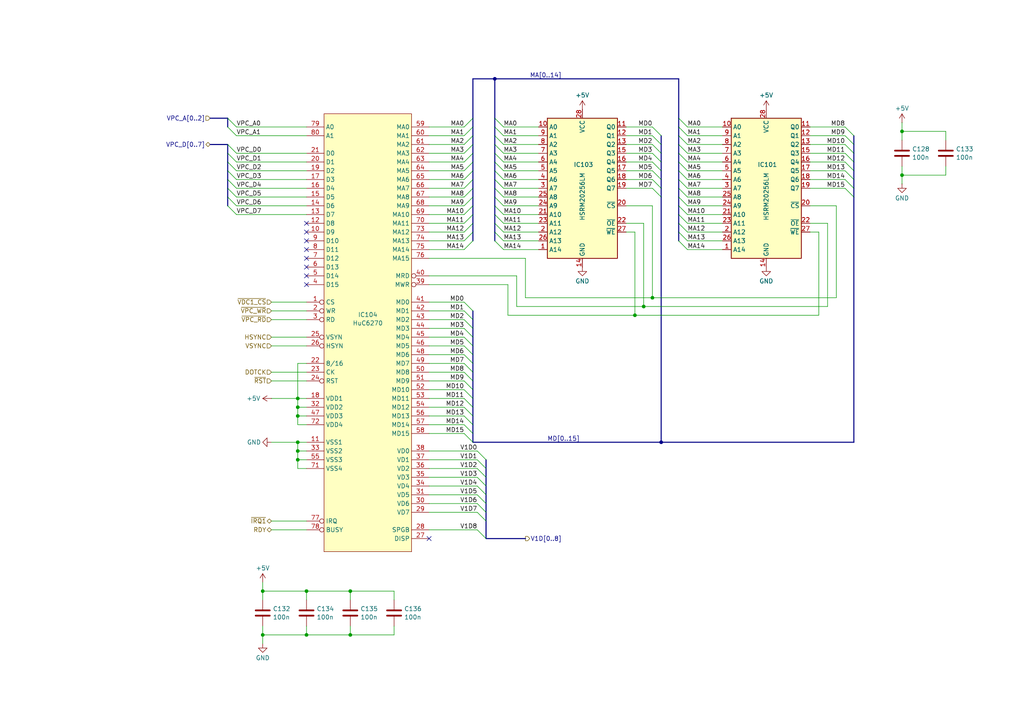
<source format=kicad_sch>
(kicad_sch (version 20231120) (generator "eeschema") (generator_version "8.0")
  (paper "A4")
  (title_block (title "PC-Engine SuperGrafx Schematics") (date "2024-04-18") (rev "0.1") (company "Author: Regis Galland") (comment 1 "Reversed Engineered Schematics from actual PCB"))
  (lib_symbols
    (symbol "Device:C" (pin_numbers hide) (pin_names (offset 0.254))
      (property "Reference" "C" (at 0.635 2.54 0))
      (property "Value" "C" (at 0.635 -2.54 0))
      (symbol "C_0_1"
        (polyline (pts (xy -2.032 -0.762) (xy 2.032 -0.762)) (stroke (width 0.508)))
        (polyline (pts (xy -2.032 0.762) (xy 2.032 0.762)) (stroke (width 0.508)))
      )
      (symbol "C_1_1"
        (pin passive line (at 0 3.81 270) (length 2.794) (name "~") (number "1"))
        (pin passive line (at 0 -3.81 90) (length 2.794) (name "~") (number "2"))
      )
    )
    (symbol "SuperGrafx:HSRM20256LM"
      (property "Reference" "U1" (at 2.1941 24.4645 0))
      (property "Value" "HSRM20256LM" (at 2.1941 22.0402 0))
      (symbol "HSRM20256LM_0_0"
        (pin power_in line (at 0 -22.86 90) (length 2.54) (name "GND") (number "14"))
        (pin power_in line (at 0 22.86 270) (length 2.54) (name "VCC") (number "28"))
      )
      (symbol "HSRM20256LM_0_1"
        (rectangle (start -10.16 20.32) (end 10.16 -20.32) (stroke (width 0.254)) (fill (type background)))
      )
      (symbol "HSRM20256LM_1_1"
        (pin input line (at -12.7 -17.78 0) (length 2.54) (name "A14") (number "1"))
        (pin input line (at -12.7 17.78 0) (length 2.54) (name "A0") (number "10"))
        (pin tri_state line (at 12.7 17.78 180) (length 2.54) (name "Q0") (number "11"))
        (pin tri_state line (at 12.7 15.24 180) (length 2.54) (name "Q1") (number "12"))
        (pin tri_state line (at 12.7 12.7 180) (length 2.54) (name "Q2") (number "13"))
        (pin tri_state line (at 12.7 10.16 180) (length 2.54) (name "Q3") (number "15"))
        (pin tri_state line (at 12.7 7.62 180) (length 2.54) (name "Q4") (number "16"))
        (pin tri_state line (at 12.7 5.08 180) (length 2.54) (name "Q5") (number "17"))
        (pin tri_state line (at 12.7 2.54 180) (length 2.54) (name "Q6") (number "18"))
        (pin tri_state line (at 12.7 0 180) (length 2.54) (name "Q7") (number "19"))
        (pin input line (at -12.7 -12.7 0) (length 2.54) (name "A12") (number "2"))
        (pin input line (at 12.7 -5.08 180) (length 2.54) (name "~{CS}") (number "20"))
        (pin input line (at -12.7 -7.62 0) (length 2.54) (name "A10") (number "21"))
        (pin input line (at 12.7 -10.16 180) (length 2.54) (name "~{OE}") (number "22"))
        (pin input line (at -12.7 -10.16 0) (length 2.54) (name "A11") (number "23"))
        (pin input line (at -12.7 -5.08 0) (length 2.54) (name "A9") (number "24"))
        (pin input line (at -12.7 -2.54 0) (length 2.54) (name "A8") (number "25"))
        (pin input line (at -12.7 -15.24 0) (length 2.54) (name "A13") (number "26"))
        (pin input line (at 12.7 -12.7 180) (length 2.54) (name "~{WE}") (number "27"))
        (pin input line (at -12.7 0 0) (length 2.54) (name "A7") (number "3"))
        (pin input line (at -12.7 2.54 0) (length 2.54) (name "A6") (number "4"))
        (pin input line (at -12.7 5.08 0) (length 2.54) (name "A5") (number "5"))
        (pin input line (at -12.7 7.62 0) (length 2.54) (name "A4") (number "6"))
        (pin input line (at -12.7 10.16 0) (length 2.54) (name "A3") (number "7"))
        (pin input line (at -12.7 12.7 0) (length 2.54) (name "A2") (number "8"))
        (pin input line (at -12.7 15.24 0) (length 2.54) (name "A1") (number "9"))
      )
    )
    (symbol "SuperGrafx:HuC6270"
      (property "Reference" "IC" (at 0 62.23 0))
      (property "Value" "HuC6270" (at 0 7.62 0))
      (symbol "HuC6270_1_1"
        (rectangle (start -12.7 59.69) (end 12.7 -67.31) (fill (type background)))
        (pin input inverted (at -17.78 5.08 0) (length 5.08) (name "CS") (number "1"))
        (pin bidirectional line (at -17.78 25.4 0) (length 5.08) (name "D9") (number "10"))
        (pin input line (at -17.78 -35.56 0) (length 5.08) (name "VSS1") (number "11"))
        (pin bidirectional line (at -17.78 27.94 0) (length 5.08) (name "D8") (number "12"))
        (pin bidirectional line (at -17.78 30.48 0) (length 5.08) (name "D7") (number "13"))
        (pin bidirectional line (at -17.78 33.02 0) (length 5.08) (name "D6") (number "14"))
        (pin bidirectional line (at -17.78 35.56 0) (length 5.08) (name "D5") (number "15"))
        (pin bidirectional line (at -17.78 38.1 0) (length 5.08) (name "D4") (number "16"))
        (pin bidirectional line (at -17.78 40.64 0) (length 5.08) (name "D3") (number "17"))
        (pin power_in line (at -17.78 -22.86 0) (length 5.08) (name "VDD1") (number "18"))
        (pin bidirectional line (at -17.78 43.18 0) (length 5.08) (name "D2") (number "19"))
        (pin input inverted (at -17.78 2.54 0) (length 5.08) (name "WR") (number "2"))
        (pin bidirectional line (at -17.78 45.72 0) (length 5.08) (name "D1") (number "20"))
        (pin bidirectional line (at -17.78 48.26 0) (length 5.08) (name "D0") (number "21"))
        (pin input line (at -17.78 -12.7 0) (length 5.08) (name "8/16") (number "22"))
        (pin input line (at -17.78 -15.24 0) (length 5.08) (name "CK") (number "23"))
        (pin input inverted (at -17.78 -17.78 0) (length 5.08) (name "RST") (number "24"))
        (pin input inverted (at -17.78 -5.08 0) (length 5.08) (name "VSYN") (number "25"))
        (pin input inverted (at -17.78 -7.62 0) (length 5.08) (name "HSYN") (number "26"))
        (pin output line (at 17.78 -63.5 180) (length 5.08) (name "DISP") (number "27"))
        (pin output line (at 17.78 -60.96 180) (length 5.08) (name "SPGB") (number "28"))
        (pin bidirectional line (at 17.78 -55.88 180) (length 5.08) (name "VD7") (number "29"))
        (pin input inverted (at -17.78 0 0) (length 5.08) (name "RD") (number "3"))
        (pin bidirectional line (at 17.78 -53.34 180) (length 5.08) (name "VD6") (number "30"))
        (pin bidirectional line (at 17.78 -50.8 180) (length 5.08) (name "VD5") (number "31"))
        (pin power_in line (at -17.78 -25.4 0) (length 5.08) (name "VDD2") (number "32"))
        (pin input line (at -17.78 -38.1 0) (length 5.08) (name "VSS2") (number "33"))
        (pin bidirectional line (at 17.78 -48.26 180) (length 5.08) (name "VD4") (number "34"))
        (pin bidirectional line (at 17.78 -45.72 180) (length 5.08) (name "VD3") (number "35"))
        (pin bidirectional line (at 17.78 -43.18 180) (length 5.08) (name "VD2") (number "36"))
        (pin bidirectional line (at 17.78 -40.64 180) (length 5.08) (name "VD1") (number "37"))
        (pin bidirectional line (at 17.78 -38.1 180) (length 5.08) (name "VD0") (number "38"))
        (pin output inverted (at 17.78 10.16 180) (length 5.08) (name "MWR") (number "39"))
        (pin bidirectional line (at -17.78 10.16 0) (length 5.08) (name "D15") (number "4"))
        (pin output inverted (at 17.78 12.7 180) (length 5.08) (name "MRD") (number "40"))
        (pin bidirectional line (at 17.78 5.08 180) (length 5.08) (name "MD0") (number "41"))
        (pin bidirectional line (at 17.78 2.54 180) (length 5.08) (name "MD1") (number "42"))
        (pin bidirectional line (at 17.78 0 180) (length 5.08) (name "MD2") (number "43"))
        (pin bidirectional line (at 17.78 -2.54 180) (length 5.08) (name "MD3") (number "44"))
        (pin bidirectional line (at 17.78 -5.08 180) (length 5.08) (name "MD4") (number "45"))
        (pin bidirectional line (at 17.78 -7.62 180) (length 5.08) (name "MD5") (number "46"))
        (pin power_in line (at -17.78 -27.94 0) (length 5.08) (name "VDD3") (number "47"))
        (pin bidirectional line (at 17.78 -10.16 180) (length 5.08) (name "MD6") (number "48"))
        (pin bidirectional line (at 17.78 -12.7 180) (length 5.08) (name "MD7") (number "49"))
        (pin bidirectional line (at -17.78 12.7 0) (length 5.08) (name "D14") (number "5"))
        (pin bidirectional line (at 17.78 -15.24 180) (length 5.08) (name "MD8") (number "50"))
        (pin bidirectional line (at 17.78 -17.78 180) (length 5.08) (name "MD9") (number "51"))
        (pin bidirectional line (at 17.78 -20.32 180) (length 5.08) (name "MD10") (number "52"))
        (pin bidirectional line (at 17.78 -22.86 180) (length 5.08) (name "MD11") (number "53"))
        (pin bidirectional line (at 17.78 -25.4 180) (length 5.08) (name "MD12") (number "54"))
        (pin input line (at -17.78 -40.64 0) (length 5.08) (name "VSS3") (number "55"))
        (pin bidirectional line (at 17.78 -27.94 180) (length 5.08) (name "MD13") (number "56"))
        (pin bidirectional line (at 17.78 -30.48 180) (length 5.08) (name "MD14") (number "57"))
        (pin bidirectional line (at 17.78 -33.02 180) (length 5.08) (name "MD15") (number "58"))
        (pin output line (at 17.78 55.88 180) (length 5.08) (name "MA0") (number "59"))
        (pin bidirectional line (at -17.78 15.24 0) (length 5.08) (name "D13") (number "6"))
        (pin output line (at 17.78 53.34 180) (length 5.08) (name "MA1") (number "60"))
        (pin output line (at 17.78 50.8 180) (length 5.08) (name "MA2") (number "61"))
        (pin output line (at 17.78 48.26 180) (length 5.08) (name "MA3") (number "62"))
        (pin output line (at 17.78 45.72 180) (length 5.08) (name "MA4") (number "63"))
        (pin output line (at 17.78 43.18 180) (length 5.08) (name "MA5") (number "64"))
        (pin output line (at 17.78 40.64 180) (length 5.08) (name "MA6") (number "65"))
        (pin output line (at 17.78 38.1 180) (length 5.08) (name "MA7") (number "66"))
        (pin output line (at 17.78 35.56 180) (length 5.08) (name "MA8") (number "67"))
        (pin output line (at 17.78 33.02 180) (length 5.08) (name "MA9") (number "68"))
        (pin output line (at 17.78 30.48 180) (length 5.08) (name "MA10") (number "69"))
        (pin bidirectional line (at -17.78 17.78 0) (length 5.08) (name "D12") (number "7"))
        (pin output line (at 17.78 27.94 180) (length 5.08) (name "MA11") (number "70"))
        (pin input line (at -17.78 -43.18 0) (length 5.08) (name "VSS4") (number "71"))
        (pin power_in line (at -17.78 -30.48 0) (length 5.08) (name "VDD4") (number "72"))
        (pin output line (at 17.78 25.4 180) (length 5.08) (name "MA12") (number "73"))
        (pin output line (at 17.78 22.86 180) (length 5.08) (name "MA13") (number "74"))
        (pin output line (at 17.78 20.32 180) (length 5.08) (name "MA14") (number "75"))
        (pin output line (at 17.78 17.78 180) (length 5.08) (name "MA15") (number "76"))
        (pin input inverted (at -17.78 -58.42 0) (length 5.08) (name "IRQ") (number "77"))
        (pin input inverted (at -17.78 -60.96 0) (length 5.08) (name "BUSY") (number "78"))
        (pin input line (at -17.78 55.88 0) (length 5.08) (name "A0") (number "79"))
        (pin bidirectional line (at -17.78 20.32 0) (length 5.08) (name "D11") (number "8"))
        (pin input line (at -17.78 53.34 0) (length 5.08) (name "A1") (number "80"))
        (pin bidirectional line (at -17.78 22.86 0) (length 5.08) (name "D10") (number "9"))
      )
    )
    (symbol "power:+5V" (power) (pin_numbers hide) (pin_names (offset 0) hide)
      (property "Value" "+5V" (at 0 3.556 0))
      (symbol "+5V_0_1"
        (polyline (pts (xy -0.762 1.27) (xy 0 2.54)))
        (polyline (pts (xy 0 0) (xy 0 2.54)))
        (polyline (pts (xy 0 2.54) (xy 0.762 1.27)))
      )
      (symbol "+5V_1_1"
        (pin power_in line (at 0 0 90) (length 0) (name "~") (number "1"))
      )
    )
    (symbol "power:GND" (power) (pin_numbers hide) (pin_names (offset 0) hide)
      (property "Value" "GND" (at 0 -3.81 0))
      (symbol "GND_0_1"
        (polyline (pts (xy 0 0) (xy 0 -1.27) (xy 1.27 -1.27) (xy 0 -2.54) (xy -1.27 -1.27) (xy 0 -1.27)))
      )
      (symbol "GND_1_1"
        (pin power_in line (at 0 0 270) (length 0) (name "~") (number "1"))
      )
    )
  )
  (junction (at 184.15 91.44))
  (junction (at 86.36 130.81))
  (junction (at 101.6 171.45))
  (junction (at 88.9 184.15))
  (junction (at 88.9 171.45))
  (junction (at 86.36 120.65))
  (junction (at 186.69 88.9))
  (junction (at 143.51 22.86))
  (junction (at 86.36 115.57))
  (junction (at 101.6 184.15))
  (junction (at 261.62 50.8))
  (junction (at 76.2 171.45))
  (junction (at 76.2 184.15))
  (junction (at 261.62 38.1))
  (junction (at 189.23 86.36))
  (junction (at 86.36 118.11))
  (junction (at 86.36 133.35))
  (junction (at 86.36 128.27))
  (junction (at 191.77 128.27))
  (no_connect (at 88.9 64.77))
  (no_connect (at 88.9 80.01))
  (no_connect (at 88.9 69.85))
  (no_connect (at 124.46 156.21))
  (no_connect (at 88.9 77.47))
  (no_connect (at 88.9 67.31))
  (no_connect (at 88.9 74.93))
  (no_connect (at 88.9 72.39))
  (no_connect (at 88.9 82.55))
  (bus_entry (at 134.62 102.87) (size 2.54 2.54))
  (bus_entry (at 199.39 59.69) (size -2.54 -2.54))
  (bus_entry (at 66.04 54.61) (size 2.54 2.54))
  (bus_entry (at 134.62 123.19) (size 2.54 2.54))
  (bus_entry (at 199.39 41.91) (size -2.54 -2.54))
  (bus_entry (at 199.39 44.45) (size -2.54 -2.54))
  (bus_entry (at 140.97 135.89) (size -2.54 -2.54))
  (bus_entry (at 134.62 49.53) (size 2.54 -2.54))
  (bus_entry (at 134.62 54.61) (size 2.54 -2.54))
  (bus_entry (at 134.62 57.15) (size 2.54 -2.54))
  (bus_entry (at 245.11 44.45) (size 2.54 2.54))
  (bus_entry (at 140.97 140.97) (size -2.54 -2.54))
  (bus_entry (at 189.23 52.07) (size 2.54 2.54))
  (bus_entry (at 66.04 57.15) (size 2.54 2.54))
  (bus_entry (at 68.58 39.37) (size -2.54 -2.54))
  (bus_entry (at 199.39 69.85) (size -2.54 -2.54))
  (bus_entry (at 146.05 52.07) (size -2.54 -2.54))
  (bus_entry (at 134.62 46.99) (size 2.54 -2.54))
  (bus_entry (at 140.97 138.43) (size -2.54 -2.54))
  (bus_entry (at 134.62 105.41) (size 2.54 2.54))
  (bus_entry (at 146.05 49.53) (size -2.54 -2.54))
  (bus_entry (at 189.23 41.91) (size 2.54 2.54))
  (bus_entry (at 146.05 44.45) (size -2.54 -2.54))
  (bus_entry (at 134.62 44.45) (size 2.54 -2.54))
  (bus_entry (at 134.62 69.85) (size 2.54 -2.54))
  (bus_entry (at 245.11 41.91) (size 2.54 2.54))
  (bus_entry (at 134.62 41.91) (size 2.54 -2.54))
  (bus_entry (at 199.39 52.07) (size -2.54 -2.54))
  (bus_entry (at 134.62 36.83) (size 2.54 -2.54))
  (bus_entry (at 189.23 36.83) (size 2.54 2.54))
  (bus_entry (at 189.23 39.37) (size 2.54 2.54))
  (bus_entry (at 134.62 115.57) (size 2.54 2.54))
  (bus_entry (at 146.05 59.69) (size -2.54 -2.54))
  (bus_entry (at 134.62 92.71) (size 2.54 2.54))
  (bus_entry (at 189.23 44.45) (size 2.54 2.54))
  (bus_entry (at 146.05 62.23) (size -2.54 -2.54))
  (bus_entry (at 134.62 64.77) (size 2.54 -2.54))
  (bus_entry (at 199.39 57.15) (size -2.54 -2.54))
  (bus_entry (at 134.62 110.49) (size 2.54 2.54))
  (bus_entry (at 134.62 59.69) (size 2.54 -2.54))
  (bus_entry (at 140.97 148.59) (size -2.54 -2.54))
  (bus_entry (at 66.04 52.07) (size 2.54 2.54))
  (bus_entry (at 245.11 54.61) (size 2.54 2.54))
  (bus_entry (at 146.05 69.85) (size -2.54 -2.54))
  (bus_entry (at 199.39 62.23) (size -2.54 -2.54))
  (bus_entry (at 245.11 39.37) (size 2.54 2.54))
  (bus_entry (at 199.39 49.53) (size -2.54 -2.54))
  (bus_entry (at 140.97 133.35) (size -2.54 -2.54))
  (bus_entry (at 66.04 44.45) (size 2.54 2.54))
  (bus_entry (at 134.62 62.23) (size 2.54 -2.54))
  (bus_entry (at 189.23 46.99) (size 2.54 2.54))
  (bus_entry (at 134.62 113.03) (size 2.54 2.54))
  (bus_entry (at 134.62 95.25) (size 2.54 2.54))
  (bus_entry (at 134.62 72.39) (size 2.54 -2.54))
  (bus_entry (at 199.39 67.31) (size -2.54 -2.54))
  (bus_entry (at 199.39 72.39) (size -2.54 -2.54))
  (bus_entry (at 134.62 90.17) (size 2.54 2.54))
  (bus_entry (at 245.11 36.83) (size 2.54 2.54))
  (bus_entry (at 140.97 143.51) (size -2.54 -2.54))
  (bus_entry (at 140.97 156.21) (size -2.54 -2.54))
  (bus_entry (at 140.97 146.05) (size -2.54 -2.54))
  (bus_entry (at 146.05 64.77) (size -2.54 -2.54))
  (bus_entry (at 245.11 52.07) (size 2.54 2.54))
  (bus_entry (at 134.62 87.63) (size 2.54 2.54))
  (bus_entry (at 134.62 39.37) (size 2.54 -2.54))
  (bus_entry (at 189.23 49.53) (size 2.54 2.54))
  (bus_entry (at 199.39 64.77) (size -2.54 -2.54))
  (bus_entry (at 199.39 36.83) (size -2.54 -2.54))
  (bus_entry (at 134.62 118.11) (size 2.54 2.54))
  (bus_entry (at 134.62 107.95) (size 2.54 2.54))
  (bus_entry (at 146.05 39.37) (size -2.54 -2.54))
  (bus_entry (at 189.23 54.61) (size 2.54 2.54))
  (bus_entry (at 134.62 52.07) (size 2.54 -2.54))
  (bus_entry (at 199.39 46.99) (size -2.54 -2.54))
  (bus_entry (at 199.39 39.37) (size -2.54 -2.54))
  (bus_entry (at 66.04 59.69) (size 2.54 2.54))
  (bus_entry (at 134.62 120.65) (size 2.54 2.54))
  (bus_entry (at 245.11 49.53) (size 2.54 2.54))
  (bus_entry (at 140.97 151.13) (size -2.54 -2.54))
  (bus_entry (at 146.05 72.39) (size -2.54 -2.54))
  (bus_entry (at 146.05 57.15) (size -2.54 -2.54))
  (bus_entry (at 199.39 54.61) (size -2.54 -2.54))
  (bus_entry (at 134.62 97.79) (size 2.54 2.54))
  (bus_entry (at 66.04 49.53) (size 2.54 2.54))
  (bus_entry (at 245.11 46.99) (size 2.54 2.54))
  (bus_entry (at 146.05 46.99) (size -2.54 -2.54))
  (bus_entry (at 146.05 36.83) (size -2.54 -2.54))
  (bus_entry (at 134.62 67.31) (size 2.54 -2.54))
  (bus_entry (at 66.04 46.99) (size 2.54 2.54))
  (bus_entry (at 134.62 125.73) (size 2.54 2.54))
  (bus_entry (at 66.04 41.91) (size 2.54 2.54))
  (bus_entry (at 146.05 41.91) (size -2.54 -2.54))
  (bus_entry (at 68.58 36.83) (size -2.54 -2.54))
  (bus_entry (at 134.62 100.33) (size 2.54 2.54))
  (bus_entry (at 146.05 67.31) (size -2.54 -2.54))
  (bus_entry (at 146.05 54.61) (size -2.54 -2.54))
  (wire (pts (xy 134.62 59.69) (xy 124.46 59.69)))
  (bus (pts (xy 60.96 34.29) (xy 66.04 34.29)))
  (wire (pts (xy 199.39 49.53) (xy 209.55 49.53)))
  (wire (pts (xy 134.62 72.39) (xy 124.46 72.39)))
  (wire (pts (xy 68.58 46.99) (xy 88.9 46.99)))
  (bus (pts (xy 137.16 115.57) (xy 137.16 118.11)))
  (bus (pts (xy 137.16 95.25) (xy 137.16 97.79)))
  (wire (pts (xy 76.2 171.45) (xy 76.2 173.99)))
  (bus (pts (xy 137.16 118.11) (xy 137.16 120.65)))
  (wire (pts (xy 146.05 44.45) (xy 156.21 44.45)))
  (wire (pts (xy 78.74 90.17) (xy 88.9 90.17)))
  (wire (pts (xy 78.74 151.13) (xy 88.9 151.13)))
  (bus (pts (xy 143.51 41.91) (xy 143.51 44.45)))
  (bus (pts (xy 137.16 90.17) (xy 137.16 92.71)))
  (wire (pts (xy 76.2 171.45) (xy 88.9 171.45)))
  (bus (pts (xy 143.51 46.99) (xy 143.51 49.53)))
  (wire (pts (xy 88.9 118.11) (xy 86.36 118.11)))
  (wire (pts (xy 147.32 91.44) (xy 184.15 91.44)))
  (wire (pts (xy 124.46 153.67) (xy 138.43 153.67)))
  (wire (pts (xy 68.58 59.69) (xy 88.9 59.69)))
  (wire (pts (xy 149.86 80.01) (xy 149.86 88.9)))
  (wire (pts (xy 88.9 123.19) (xy 86.36 123.19)))
  (bus (pts (xy 196.85 34.29) (xy 196.85 36.83)))
  (wire (pts (xy 261.62 35.56) (xy 261.62 38.1)))
  (wire (pts (xy 134.62 67.31) (xy 124.46 67.31)))
  (wire (pts (xy 134.62 87.63) (xy 124.46 87.63)))
  (wire (pts (xy 146.05 36.83) (xy 156.21 36.83)))
  (wire (pts (xy 86.36 105.41) (xy 86.36 115.57)))
  (bus (pts (xy 66.04 36.83) (xy 66.04 34.29)))
  (wire (pts (xy 101.6 171.45) (xy 101.6 173.99)))
  (bus (pts (xy 137.16 123.19) (xy 137.16 125.73)))
  (wire (pts (xy 86.36 128.27) (xy 78.74 128.27)))
  (bus (pts (xy 143.51 67.31) (xy 143.51 69.85)))
  (wire (pts (xy 234.95 64.77) (xy 240.03 64.77)))
  (bus (pts (xy 140.97 146.05) (xy 140.97 148.59)))
  (wire (pts (xy 86.36 130.81) (xy 86.36 128.27)))
  (bus (pts (xy 66.04 46.99) (xy 66.04 44.45)))
  (bus (pts (xy 191.77 44.45) (xy 191.77 46.99)))
  (bus (pts (xy 137.16 107.95) (xy 137.16 110.49)))
  (bus (pts (xy 137.16 105.41) (xy 137.16 107.95)))
  (wire (pts (xy 245.11 49.53) (xy 234.95 49.53)))
  (wire (pts (xy 261.62 50.8) (xy 274.32 50.8)))
  (wire (pts (xy 189.23 52.07) (xy 181.61 52.07)))
  (wire (pts (xy 189.23 59.69) (xy 181.61 59.69)))
  (wire (pts (xy 138.43 130.81) (xy 124.46 130.81)))
  (bus (pts (xy 247.65 49.53) (xy 247.65 52.07)))
  (wire (pts (xy 78.74 153.67) (xy 88.9 153.67)))
  (wire (pts (xy 184.15 67.31) (xy 181.61 67.31)))
  (bus (pts (xy 143.51 59.69) (xy 143.51 62.23)))
  (wire (pts (xy 245.11 41.91) (xy 234.95 41.91)))
  (wire (pts (xy 186.69 88.9) (xy 186.69 64.77)))
  (bus (pts (xy 140.97 143.51) (xy 140.97 146.05)))
  (wire (pts (xy 134.62 39.37) (xy 124.46 39.37)))
  (wire (pts (xy 199.39 39.37) (xy 209.55 39.37)))
  (bus (pts (xy 137.16 110.49) (xy 137.16 113.03)))
  (wire (pts (xy 134.62 118.11) (xy 124.46 118.11)))
  (wire (pts (xy 138.43 143.51) (xy 124.46 143.51)))
  (bus (pts (xy 247.65 44.45) (xy 247.65 46.99)))
  (wire (pts (xy 88.9 128.27) (xy 86.36 128.27)))
  (wire (pts (xy 146.05 46.99) (xy 156.21 46.99)))
  (bus (pts (xy 140.97 140.97) (xy 140.97 143.51)))
  (bus (pts (xy 137.16 97.79) (xy 137.16 100.33)))
  (bus (pts (xy 137.16 69.85) (xy 137.16 67.31)))
  (bus (pts (xy 196.85 39.37) (xy 196.85 41.91)))
  (bus (pts (xy 143.51 22.86) (xy 196.85 22.86)))
  (wire (pts (xy 184.15 91.44) (xy 184.15 67.31)))
  (wire (pts (xy 134.62 62.23) (xy 124.46 62.23)))
  (bus (pts (xy 196.85 22.86) (xy 196.85 34.29)))
  (wire (pts (xy 149.86 88.9) (xy 186.69 88.9)))
  (wire (pts (xy 199.39 54.61) (xy 209.55 54.61)))
  (wire (pts (xy 199.39 62.23) (xy 209.55 62.23)))
  (wire (pts (xy 86.36 123.19) (xy 86.36 120.65)))
  (wire (pts (xy 237.49 67.31) (xy 234.95 67.31)))
  (bus (pts (xy 140.97 138.43) (xy 140.97 140.97)))
  (wire (pts (xy 186.69 64.77) (xy 181.61 64.77)))
  (bus (pts (xy 143.51 39.37) (xy 143.51 41.91)))
  (wire (pts (xy 88.9 184.15) (xy 88.9 181.61)))
  (bus (pts (xy 143.51 54.61) (xy 143.51 57.15)))
  (wire (pts (xy 199.39 57.15) (xy 209.55 57.15)))
  (wire (pts (xy 189.23 54.61) (xy 181.61 54.61)))
  (wire (pts (xy 134.62 49.53) (xy 124.46 49.53)))
  (bus (pts (xy 66.04 54.61) (xy 66.04 52.07)))
  (bus (pts (xy 191.77 39.37) (xy 191.77 41.91)))
  (wire (pts (xy 240.03 88.9) (xy 186.69 88.9)))
  (wire (pts (xy 88.9 120.65) (xy 86.36 120.65)))
  (wire (pts (xy 68.58 49.53) (xy 88.9 49.53)))
  (wire (pts (xy 146.05 62.23) (xy 156.21 62.23)))
  (bus (pts (xy 143.51 57.15) (xy 143.51 59.69)))
  (wire (pts (xy 88.9 130.81) (xy 86.36 130.81)))
  (wire (pts (xy 68.58 39.37) (xy 88.9 39.37)))
  (wire (pts (xy 189.23 46.99) (xy 181.61 46.99)))
  (bus (pts (xy 137.16 52.07) (xy 137.16 49.53)))
  (wire (pts (xy 189.23 36.83) (xy 181.61 36.83)))
  (bus (pts (xy 196.85 44.45) (xy 196.85 46.99)))
  (wire (pts (xy 114.3 184.15) (xy 114.3 181.61)))
  (wire (pts (xy 134.62 97.79) (xy 124.46 97.79)))
  (bus (pts (xy 137.16 41.91) (xy 137.16 39.37)))
  (wire (pts (xy 138.43 138.43) (xy 124.46 138.43)))
  (wire (pts (xy 274.32 50.8) (xy 274.32 48.26)))
  (bus (pts (xy 191.77 41.91) (xy 191.77 44.45)))
  (wire (pts (xy 101.6 171.45) (xy 114.3 171.45)))
  (wire (pts (xy 152.4 86.36) (xy 189.23 86.36)))
  (wire (pts (xy 199.39 36.83) (xy 209.55 36.83)))
  (bus (pts (xy 137.16 102.87) (xy 137.16 105.41)))
  (wire (pts (xy 134.62 123.19) (xy 124.46 123.19)))
  (wire (pts (xy 134.62 113.03) (xy 124.46 113.03)))
  (wire (pts (xy 234.95 59.69) (xy 242.57 59.69)))
  (wire (pts (xy 68.58 57.15) (xy 88.9 57.15)))
  (bus (pts (xy 191.77 46.99) (xy 191.77 49.53)))
  (bus (pts (xy 137.16 54.61) (xy 137.16 52.07)))
  (wire (pts (xy 261.62 40.64) (xy 261.62 38.1)))
  (wire (pts (xy 189.23 86.36) (xy 189.23 59.69)))
  (wire (pts (xy 88.9 133.35) (xy 86.36 133.35)))
  (bus (pts (xy 137.16 34.29) (xy 137.16 22.86)))
  (bus (pts (xy 137.16 36.83) (xy 137.16 34.29)))
  (bus (pts (xy 143.51 64.77) (xy 143.51 67.31)))
  (bus (pts (xy 247.65 57.15) (xy 247.65 128.27)))
  (bus (pts (xy 143.51 44.45) (xy 143.51 46.99)))
  (wire (pts (xy 78.74 92.71) (xy 88.9 92.71)))
  (wire (pts (xy 138.43 133.35) (xy 124.46 133.35)))
  (wire (pts (xy 134.62 36.83) (xy 124.46 36.83)))
  (wire (pts (xy 134.62 92.71) (xy 124.46 92.71)))
  (wire (pts (xy 245.11 54.61) (xy 234.95 54.61)))
  (wire (pts (xy 261.62 38.1) (xy 274.32 38.1)))
  (wire (pts (xy 199.39 44.45) (xy 209.55 44.45)))
  (bus (pts (xy 196.85 59.69) (xy 196.85 62.23)))
  (wire (pts (xy 134.62 120.65) (xy 124.46 120.65)))
  (wire (pts (xy 88.9 105.41) (xy 86.36 105.41)))
  (wire (pts (xy 199.39 64.77) (xy 209.55 64.77)))
  (bus (pts (xy 137.16 49.53) (xy 137.16 46.99)))
  (wire (pts (xy 146.05 67.31) (xy 156.21 67.31)))
  (wire (pts (xy 242.57 59.69) (xy 242.57 86.36)))
  (wire (pts (xy 68.58 52.07) (xy 88.9 52.07)))
  (wire (pts (xy 68.58 54.61) (xy 88.9 54.61)))
  (wire (pts (xy 134.62 64.77) (xy 124.46 64.77)))
  (wire (pts (xy 146.05 52.07) (xy 156.21 52.07)))
  (wire (pts (xy 76.2 168.91) (xy 76.2 171.45)))
  (bus (pts (xy 140.97 148.59) (xy 140.97 151.13)))
  (bus (pts (xy 137.16 59.69) (xy 137.16 57.15)))
  (bus (pts (xy 137.16 44.45) (xy 137.16 41.91)))
  (bus (pts (xy 137.16 67.31) (xy 137.16 64.77)))
  (bus (pts (xy 143.51 34.29) (xy 143.51 36.83)))
  (wire (pts (xy 146.05 72.39) (xy 156.21 72.39)))
  (wire (pts (xy 86.36 118.11) (xy 86.36 115.57)))
  (wire (pts (xy 124.46 74.93) (xy 152.4 74.93)))
  (wire (pts (xy 76.2 184.15) (xy 88.9 184.15)))
  (wire (pts (xy 274.32 38.1) (xy 274.32 40.64)))
  (wire (pts (xy 261.62 48.26) (xy 261.62 50.8)))
  (bus (pts (xy 191.77 52.07) (xy 191.77 54.61)))
  (bus (pts (xy 196.85 46.99) (xy 196.85 49.53)))
  (wire (pts (xy 134.62 69.85) (xy 124.46 69.85)))
  (wire (pts (xy 199.39 52.07) (xy 209.55 52.07)))
  (wire (pts (xy 138.43 135.89) (xy 124.46 135.89)))
  (wire (pts (xy 189.23 41.91) (xy 181.61 41.91)))
  (bus (pts (xy 247.65 52.07) (xy 247.65 54.61)))
  (bus (pts (xy 143.51 62.23) (xy 143.51 64.77)))
  (bus (pts (xy 137.16 57.15) (xy 137.16 54.61)))
  (wire (pts (xy 134.62 110.49) (xy 124.46 110.49)))
  (bus (pts (xy 196.85 41.91) (xy 196.85 44.45)))
  (wire (pts (xy 242.57 86.36) (xy 189.23 86.36)))
  (wire (pts (xy 138.43 140.97) (xy 124.46 140.97)))
  (bus (pts (xy 66.04 44.45) (xy 66.04 41.91)))
  (wire (pts (xy 189.23 44.45) (xy 181.61 44.45)))
  (bus (pts (xy 137.16 125.73) (xy 137.16 128.27)))
  (wire (pts (xy 134.62 54.61) (xy 124.46 54.61)))
  (wire (pts (xy 78.74 87.63) (xy 88.9 87.63)))
  (bus (pts (xy 196.85 64.77) (xy 196.85 67.31)))
  (bus (pts (xy 196.85 57.15) (xy 196.85 59.69)))
  (wire (pts (xy 134.62 46.99) (xy 124.46 46.99)))
  (bus (pts (xy 66.04 41.91) (xy 60.96 41.91)))
  (bus (pts (xy 137.16 113.03) (xy 137.16 115.57)))
  (bus (pts (xy 247.65 39.37) (xy 247.65 41.91)))
  (bus (pts (xy 66.04 49.53) (xy 66.04 46.99)))
  (wire (pts (xy 199.39 67.31) (xy 209.55 67.31)))
  (bus (pts (xy 191.77 128.27) (xy 247.65 128.27)))
  (bus (pts (xy 137.16 22.86) (xy 143.51 22.86)))
  (wire (pts (xy 184.15 91.44) (xy 237.49 91.44)))
  (bus (pts (xy 137.16 62.23) (xy 137.16 59.69)))
  (wire (pts (xy 124.46 82.55) (xy 147.32 82.55)))
  (wire (pts (xy 152.4 74.93) (xy 152.4 86.36)))
  (bus (pts (xy 140.97 135.89) (xy 140.97 138.43)))
  (bus (pts (xy 143.51 52.07) (xy 143.51 54.61)))
  (wire (pts (xy 68.58 36.83) (xy 88.9 36.83)))
  (wire (pts (xy 245.11 44.45) (xy 234.95 44.45)))
  (wire (pts (xy 134.62 125.73) (xy 124.46 125.73)))
  (bus (pts (xy 247.65 54.61) (xy 247.65 57.15)))
  (wire (pts (xy 146.05 69.85) (xy 156.21 69.85)))
  (wire (pts (xy 134.62 102.87) (xy 124.46 102.87)))
  (wire (pts (xy 76.2 186.69) (xy 76.2 184.15)))
  (wire (pts (xy 88.9 97.79) (xy 78.74 97.79)))
  (bus (pts (xy 143.51 22.86) (xy 143.51 34.29)))
  (wire (pts (xy 86.36 135.89) (xy 86.36 133.35)))
  (wire (pts (xy 147.32 82.55) (xy 147.32 91.44)))
  (wire (pts (xy 124.46 80.01) (xy 149.86 80.01)))
  (wire (pts (xy 199.39 59.69) (xy 209.55 59.69)))
  (wire (pts (xy 88.9 135.89) (xy 86.36 135.89)))
  (wire (pts (xy 199.39 46.99) (xy 209.55 46.99)))
  (wire (pts (xy 86.36 115.57) (xy 78.74 115.57)))
  (wire (pts (xy 68.58 44.45) (xy 88.9 44.45)))
  (wire (pts (xy 86.36 120.65) (xy 86.36 118.11)))
  (wire (pts (xy 88.9 100.33) (xy 78.74 100.33)))
  (wire (pts (xy 86.36 133.35) (xy 86.36 130.81)))
  (bus (pts (xy 143.51 49.53) (xy 143.51 52.07)))
  (bus (pts (xy 196.85 49.53) (xy 196.85 52.07)))
  (wire (pts (xy 76.2 184.15) (xy 76.2 181.61)))
  (wire (pts (xy 146.05 57.15) (xy 156.21 57.15)))
  (wire (pts (xy 134.62 107.95) (xy 124.46 107.95)))
  (wire (pts (xy 88.9 171.45) (xy 88.9 173.99)))
  (wire (pts (xy 134.62 100.33) (xy 124.46 100.33)))
  (bus (pts (xy 140.97 133.35) (xy 140.97 135.89)))
  (bus (pts (xy 247.65 41.91) (xy 247.65 44.45)))
  (bus (pts (xy 137.16 92.71) (xy 137.16 95.25)))
  (wire (pts (xy 78.74 110.49) (xy 88.9 110.49)))
  (wire (pts (xy 134.62 52.07) (xy 124.46 52.07)))
  (wire (pts (xy 189.23 49.53) (xy 181.61 49.53)))
  (bus (pts (xy 140.97 151.13) (xy 140.97 156.21)))
  (wire (pts (xy 146.05 39.37) (xy 156.21 39.37)))
  (wire (pts (xy 245.11 46.99) (xy 234.95 46.99)))
  (wire (pts (xy 134.62 105.41) (xy 124.46 105.41)))
  (wire (pts (xy 88.9 107.95) (xy 78.74 107.95)))
  (bus (pts (xy 196.85 36.83) (xy 196.85 39.37)))
  (wire (pts (xy 146.05 54.61) (xy 156.21 54.61)))
  (bus (pts (xy 196.85 54.61) (xy 196.85 57.15)))
  (wire (pts (xy 199.39 41.91) (xy 209.55 41.91)))
  (wire (pts (xy 138.43 146.05) (xy 124.46 146.05)))
  (wire (pts (xy 237.49 91.44) (xy 237.49 67.31)))
  (wire (pts (xy 199.39 72.39) (xy 209.55 72.39)))
  (bus (pts (xy 137.16 39.37) (xy 137.16 36.83)))
  (wire (pts (xy 189.23 39.37) (xy 181.61 39.37)))
  (wire (pts (xy 68.58 62.23) (xy 88.9 62.23)))
  (wire (pts (xy 101.6 184.15) (xy 114.3 184.15)))
  (bus (pts (xy 191.77 49.53) (xy 191.77 52.07)))
  (wire (pts (xy 245.11 39.37) (xy 234.95 39.37)))
  (bus (pts (xy 137.16 100.33) (xy 137.16 102.87)))
  (bus (pts (xy 66.04 52.07) (xy 66.04 49.53)))
  (bus (pts (xy 137.16 128.27) (xy 191.77 128.27)))
  (wire (pts (xy 134.62 57.15) (xy 124.46 57.15)))
  (wire (pts (xy 134.62 90.17) (xy 124.46 90.17)))
  (bus (pts (xy 137.16 64.77) (xy 137.16 62.23)))
  (bus (pts (xy 196.85 52.07) (xy 196.85 54.61)))
  (wire (pts (xy 146.05 49.53) (xy 156.21 49.53)))
  (wire (pts (xy 138.43 148.59) (xy 124.46 148.59)))
  (wire (pts (xy 134.62 95.25) (xy 124.46 95.25)))
  (bus (pts (xy 143.51 36.83) (xy 143.51 39.37)))
  (bus (pts (xy 191.77 57.15) (xy 191.77 128.27)))
  (wire (pts (xy 134.62 41.91) (xy 124.46 41.91)))
  (bus (pts (xy 196.85 67.31) (xy 196.85 69.85)))
  (wire (pts (xy 240.03 64.77) (xy 240.03 88.9)))
  (wire (pts (xy 245.11 36.83) (xy 234.95 36.83)))
  (wire (pts (xy 101.6 184.15) (xy 101.6 181.61)))
  (bus (pts (xy 66.04 57.15) (xy 66.04 54.61)))
  (wire (pts (xy 88.9 171.45) (xy 101.6 171.45)))
  (bus (pts (xy 137.16 46.99) (xy 137.16 44.45)))
  (wire (pts (xy 114.3 171.45) (xy 114.3 173.99)))
  (wire (pts (xy 199.39 69.85) (xy 209.55 69.85)))
  (wire (pts (xy 146.05 59.69) (xy 156.21 59.69)))
  (wire (pts (xy 261.62 53.34) (xy 261.62 50.8)))
  (wire (pts (xy 245.11 52.07) (xy 234.95 52.07)))
  (wire (pts (xy 134.62 44.45) (xy 124.46 44.45)))
  (wire (pts (xy 146.05 64.77) (xy 156.21 64.77)))
  (wire (pts (xy 146.05 41.91) (xy 156.21 41.91)))
  (wire (pts (xy 88.9 184.15) (xy 101.6 184.15)))
  (bus (pts (xy 140.97 156.21) (xy 152.4 156.21)))
  (wire (pts (xy 88.9 115.57) (xy 86.36 115.57)))
  (bus (pts (xy 191.77 54.61) (xy 191.77 57.15)))
  (bus (pts (xy 196.85 62.23) (xy 196.85 64.77)))
  (bus (pts (xy 137.16 120.65) (xy 137.16 123.19)))
  (wire (pts (xy 134.62 115.57) (xy 124.46 115.57)))
  (bus (pts (xy 66.04 59.69) (xy 66.04 57.15)))
  (bus (pts (xy 247.65 46.99) (xy 247.65 49.53)))
  (label "MA10" (at 199.39 62.23 0))
  (label "MD3" (at 189.23 44.45 180))
  (label "MD8" (at 134.62 107.95 180))
  (label "MD3" (at 134.62 95.25 180))
  (label "MA1" (at 146.05 39.37 0))
  (label "MA1" (at 199.39 39.37 0))
  (label "MA13" (at 134.62 69.85 180))
  (label "V1D7" (at 138.43 148.59 180))
  (label "MA12" (at 146.05 67.31 0))
  (label "V1D4" (at 138.43 140.97 180))
  (label "VPC_D5" (at 68.58 57.15 0))
  (label "MA1" (at 134.62 39.37 180))
  (label "MA7" (at 146.05 54.61 0))
  (label "VPC_D7" (at 68.58 62.23 0))
  (label "MD8" (at 245.11 36.83 180))
  (label "MD11" (at 134.62 115.57 180))
  (label "MA6" (at 134.62 52.07 180))
  (label "MA5" (at 146.05 49.53 0))
  (label "MA8" (at 134.62 57.15 180))
  (label "MD4" (at 134.62 97.79 180))
  (label "MD0" (at 189.23 36.83 180))
  (label "MD6" (at 189.23 52.07 180))
  (label "MA[0..14]" (at 153.67 22.86 0))
  (label "MD9" (at 134.62 110.49 180))
  (label "MD5" (at 189.23 49.53 180))
  (label "VPC_D0" (at 68.58 44.45 0))
  (label "VPC_D6" (at 68.58 59.69 0))
  (label "MA9" (at 134.62 59.69 180))
  (label "MA2" (at 146.05 41.91 0))
  (label "MA4" (at 146.05 46.99 0))
  (label "MA4" (at 199.39 46.99 0))
  (label "MA0" (at 199.39 36.83 0))
  (label "MA0" (at 146.05 36.83 0))
  (label "MA3" (at 146.05 44.45 0))
  (label "MD14" (at 134.62 123.19 180))
  (label "VPC_D1" (at 68.58 46.99 0))
  (label "V1D3" (at 138.43 138.43 180))
  (label "MA8" (at 146.05 57.15 0))
  (label "MD5" (at 134.62 100.33 180))
  (label "MD0" (at 134.62 87.63 180))
  (label "MA3" (at 134.62 44.45 180))
  (label "MD1" (at 134.62 90.17 180))
  (label "MA10" (at 146.05 62.23 0))
  (label "MA0" (at 134.62 36.83 180))
  (label "V1D8" (at 138.43 153.67 180))
  (label "MA8" (at 199.39 57.15 0))
  (label "V1D2" (at 138.43 135.89 180))
  (label "MA14" (at 134.62 72.39 180))
  (label "MA12" (at 134.62 67.31 180))
  (label "MA13" (at 199.39 69.85 0))
  (label "V1D0" (at 138.43 130.81 180))
  (label "VPC_D4" (at 68.58 54.61 0))
  (label "MA13" (at 146.05 69.85 0))
  (label "MD9" (at 245.11 39.37 180))
  (label "VPC_D2" (at 68.58 49.53 0))
  (label "MD1" (at 189.23 39.37 180))
  (label "MA11" (at 199.39 64.77 0))
  (label "MA3" (at 199.39 44.45 0))
  (label "MA5" (at 199.39 49.53 0))
  (label "VPC_A0" (at 68.58 36.83 0))
  (label "MD13" (at 245.11 49.53 180))
  (label "MA2" (at 134.62 41.91 180))
  (label "MD2" (at 134.62 92.71 180))
  (label "MA11" (at 146.05 64.77 0))
  (label "MD12" (at 134.62 118.11 180))
  (label "MD15" (at 245.11 54.61 180))
  (label "MD4" (at 189.23 46.99 180))
  (label "MD14" (at 245.11 52.07 180))
  (label "MD12" (at 245.11 46.99 180))
  (label "MA14" (at 146.05 72.39 0))
  (label "MD[0..15]" (at 158.75 128.27 0))
  (label "VPC_D3" (at 68.58 52.07 0))
  (label "MA12" (at 199.39 67.31 0))
  (label "MD15" (at 134.62 125.73 180))
  (label "MA6" (at 146.05 52.07 0))
  (label "MD7" (at 189.23 54.61 180))
  (label "V1D5" (at 138.43 143.51 180))
  (label "MA10" (at 134.62 62.23 180))
  (label "MA6" (at 199.39 52.07 0))
  (label "MA5" (at 134.62 49.53 180))
  (label "MA9" (at 199.39 59.69 0))
  (label "MD11" (at 245.11 44.45 180))
  (label "MD2" (at 189.23 41.91 180))
  (label "MA7" (at 199.39 54.61 0))
  (label "MD10" (at 245.11 41.91 180))
  (label "V1D6" (at 138.43 146.05 180))
  (label "VPC_A1" (at 68.58 39.37 0))
  (label "MD13" (at 134.62 120.65 180))
  (label "MA9" (at 146.05 59.69 0))
  (label "MD6" (at 134.62 102.87 180))
  (label "MA7" (at 134.62 54.61 180))
  (label "MA14" (at 199.39 72.39 0))
  (label "MD10" (at 134.62 113.03 180))
  (label "V1D1" (at 138.43 133.35 180))
  (label "MA2" (at 199.39 41.91 0))
  (label "MA11" (at 134.62 64.77 180))
  (label "MA4" (at 134.62 46.99 180))
  (label "MD7" (at 134.62 105.41 180))
  (hierarchical_label "RDY" (shape tri_state) (at 78.74 153.67 180))
  (hierarchical_label "V1D[0..8]" (shape output) (at 152.4 156.21 0))
  (hierarchical_label "VPC_D[0..7]" (shape bidirectional) (at 60.96 41.91 180))
  (hierarchical_label "~{VPC_RD}" (shape input) (at 78.74 92.71 180))
  (hierarchical_label "~{VPC_WR}" (shape input) (at 78.74 90.17 180))
  (hierarchical_label "HSYNC" (shape input) (at 78.74 97.79 180))
  (hierarchical_label "VSYNC" (shape input) (at 78.74 100.33 180))
  (hierarchical_label "~{VDC1_CS}" (shape input) (at 78.74 87.63 180))
  (hierarchical_label "~{RST}" (shape input) (at 78.74 110.49 180))
  (hierarchical_label "DOTCK" (shape input) (at 78.74 107.95 180))
  (hierarchical_label "~{IRQ1}" (shape tri_state) (at 78.74 151.13 180))
  (hierarchical_label "VPC_A[0..2]" (shape input) (at 60.96 34.29 180))
  (symbol (lib_id "Device:C") (at 274.32 44.45 0) (unit 1)
    (property "Reference" "C133" (at 277.241 43.2378 0) (effects (justify left)))
    (property "Value" "100n" (at 277.241 45.6621 0) (effects (justify left)))
    (property "Description" "Unpolarized capacitor" (effects (hide yes)))
  )
  (symbol (lib_id "power:+5V") (at 261.62 35.56 0) (mirror y) (unit 1)
    (property "Reference" "#PWR052" (effects (hide yes)))
    (property "Value" "+5V" (at 261.62 31.4269 0))
    (property "Description" "Power symbol creates a global label with name \"+5V\"" (effects (hide yes)))
  )
  (symbol (lib_id "Device:C") (at 261.62 44.45 0) (unit 1)
    (property "Reference" "C128" (at 264.541 43.2378 0) (effects (justify left)))
    (property "Value" "100n" (at 264.541 45.6621 0) (effects (justify left)))
    (property "Description" "Unpolarized capacitor" (effects (hide yes)))
  )
  (symbol (lib_id "Device:C") (at 88.9 177.8 0) (unit 1)
    (property "Reference" "C134" (at 91.821 176.5878 0) (effects (justify left)))
    (property "Value" "100n" (at 91.821 179.0121 0) (effects (justify left)))
    (property "Description" "Unpolarized capacitor" (effects (hide yes)))
  )
  (symbol (lib_id "power:+5V") (at 78.74 115.57 90) (unit 1)
    (property "Reference" "#PWR041" (effects (hide yes)))
    (property "Value" "+5V" (at 75.5651 115.57 90) (effects (justify left)))
    (property "Description" "Power symbol creates a global label with name \"+5V\"" (effects (hide yes)))
  )
  (symbol (lib_id "power:+5V") (at 76.2 168.91 0) (mirror y) (unit 1)
    (property "Reference" "#PWR050" (effects (hide yes)))
    (property "Value" "+5V" (at 76.2 164.7769 0))
    (property "Description" "Power symbol creates a global label with name \"+5V\"" (effects (hide yes)))
  )
  (symbol (lib_id "power:+5V") (at 168.91 31.75 0) (unit 1)
    (property "Reference" "#PWR046" (effects (hide yes)))
    (property "Value" "+5V" (at 168.91 27.6169 0))
    (property "Description" "Power symbol creates a global label with name \"+5V\"" (effects (hide yes)))
  )
  (symbol (lib_id "SuperGrafx:HSRM20256LM") (at 168.91 54.61 0) (unit 1)
    (property "Reference" "IC103" (at 166.37 47.752 0) (effects (justify left)))
    (property "Value" "HSRM20256LM" (at 168.91 64.008 90) (effects (justify left)))
    (property "Footprint" "Package_SO:SOIC-28W_7.5x17.9mm_P1.27mm" (effects (hide yes)))
    (property "Datasheet" "https://wiki.console5.com/tw/images/3/37/LH5P832.pdf" (effects (hide yes)))
    (property "Description" "32,768-word × 8-bit High Speed CMOS Static RAM, 190ns, DIP-28" (effects (hide yes)))
  )
  (symbol (lib_id "power:GND") (at 76.2 186.69 0) (unit 1)
    (property "Reference" "#PWR051" (effects (hide yes)))
    (property "Value" "GND" (at 76.2 190.8231 0))
    (property "Description" "Power symbol creates a global label with name \"GND\" , ground" (effects (hide yes)))
  )
  (symbol (lib_id "SuperGrafx:HuC6270") (at 106.68 92.71 0) (unit 1)
    (property "Reference" "IC104" (at 106.68 91.2826 0))
    (property "Value" "HuC6270" (at 106.68 93.726 0))
    (property "Footprint" "Package_QFP:PQFP-80_14x20mm_P0.8mm" (effects (hide yes)))
    (property "Description" "Video Display Chip used in PC-Engine consoles" (effects (hide yes)))
  )
  (symbol (lib_id "power:GND") (at 222.25 77.47 0) (mirror y) (unit 1)
    (property "Reference" "#PWR049" (effects (hide yes)))
    (property "Value" "GND" (at 222.25 81.534 0))
    (property "Description" "Power symbol creates a global label with name \"GND\" , ground" (effects (hide yes)))
  )
  (symbol (lib_id "power:+5V") (at 222.25 31.75 0) (unit 1)
    (property "Reference" "#PWR048" (effects (hide yes)))
    (property "Value" "+5V" (at 222.25 27.6169 0))
    (property "Description" "Power symbol creates a global label with name \"+5V\"" (effects (hide yes)))
  )
  (symbol (lib_id "Device:C") (at 76.2 177.8 0) (unit 1)
    (property "Reference" "C132" (at 79.121 176.5878 0) (effects (justify left)))
    (property "Value" "100n" (at 79.121 179.0121 0) (effects (justify left)))
    (property "Description" "Unpolarized capacitor" (effects (hide yes)))
  )
  (symbol (lib_id "power:GND") (at 78.74 128.27 270) (mirror x) (unit 1)
    (property "Reference" "#PWR045" (effects (hide yes)))
    (property "Value" "GND" (at 73.66 128.27 90))
    (property "Description" "Power symbol creates a global label with name \"GND\" , ground" (effects (hide yes)))
  )
  (symbol (lib_id "Device:C") (at 101.6 177.8 0) (unit 1)
    (property "Reference" "C135" (at 104.521 176.5878 0) (effects (justify left)))
    (property "Value" "100n" (at 104.521 179.0121 0) (effects (justify left)))
    (property "Description" "Unpolarized capacitor" (effects (hide yes)))
  )
  (symbol (lib_id "power:GND") (at 261.62 53.34 0) (unit 1)
    (property "Reference" "#PWR053" (effects (hide yes)))
    (property "Value" "GND" (at 261.62 57.4731 0))
    (property "Description" "Power symbol creates a global label with name \"GND\" , ground" (effects (hide yes)))
  )
  (symbol (lib_id "Device:C") (at 114.3 177.8 0) (unit 1)
    (property "Reference" "C136" (at 117.221 176.5878 0) (effects (justify left)))
    (property "Value" "100n" (at 117.221 179.0121 0) (effects (justify left)))
    (property "Description" "Unpolarized capacitor" (effects (hide yes)))
  )
  (symbol (lib_id "SuperGrafx:HSRM20256LM") (at 222.25 54.61 0) (unit 1)
    (property "Reference" "IC101" (at 219.71 47.752 0) (effects (justify left)))
    (property "Value" "HSRM20256LM" (at 222.25 64.008 90) (effects (justify left)))
    (property "Footprint" "Package_SO:SOIC-28W_7.5x17.9mm_P1.27mm" (effects (hide yes)))
    (property "Datasheet" "https://wiki.console5.com/tw/images/3/37/LH5P832.pdf" (effects (hide yes)))
    (property "Description" "32,768-word × 8-bit High Speed CMOS Static RAM, 190ns, DIP-28" (effects (hide yes)))
  )
  (symbol (lib_id "power:GND") (at 168.91 77.47 0) (mirror y) (unit 1)
    (property "Reference" "#PWR047" (effects (hide yes)))
    (property "Value" "GND" (at 168.91 81.534 0))
    (property "Description" "Power symbol creates a global label with name \"GND\" , ground" (effects (hide yes)))
  )
)
</source>
